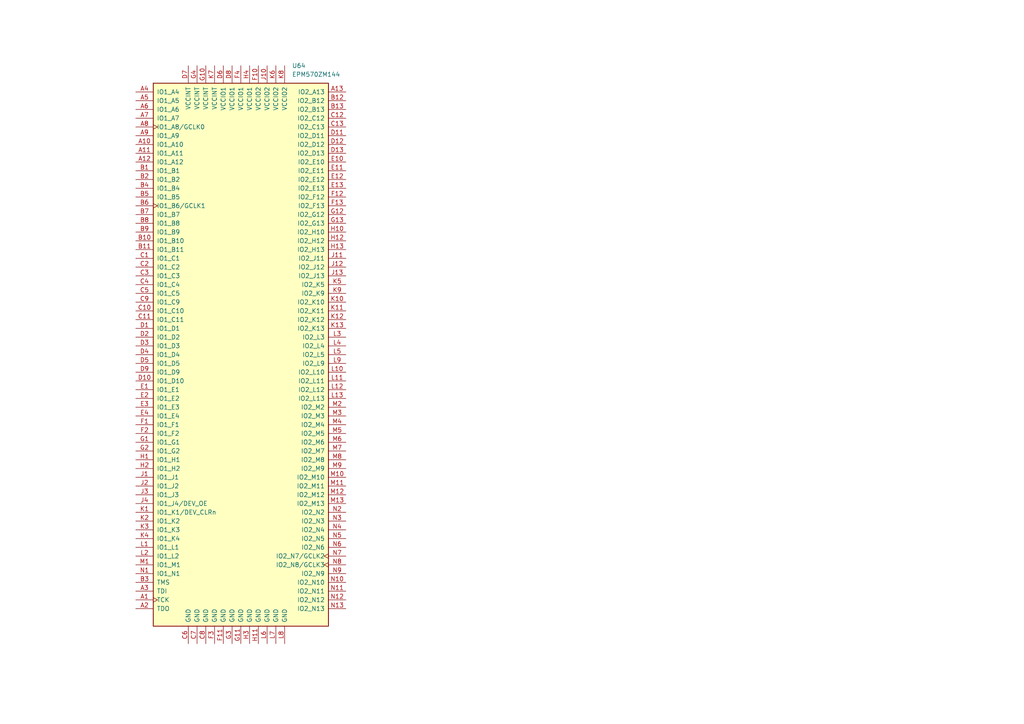
<source format=kicad_sch>
(kicad_sch (version 20250114) (generator "eeschema") (generator_version "9.0")
  (paper "A4")
  (lib_symbols
    (symbol "CPLD_Altera:EPM570ZM144" (pin_names (offset 1.016))
      (property "Reference" "U" (at 15.24 80.01 0))
      (property "Value" "EPM570ZM144" (at 15.24 -80.01 0))
      (symbol "EPM570ZM144_1_1"
        (rectangle (start -25.4 78.74) (end 25.4 -78.74) (stroke (width 0.254)) (fill (type background)))
        (pin bidirectional line (at -30.48 76.2 0) (length 5.08) (name "IO1_A4") (number "A4"))
        (pin bidirectional line (at -30.48 73.66 0) (length 5.08) (name "IO1_A5") (number "A5"))
        (pin bidirectional line (at -30.48 71.12 0) (length 5.08) (name "IO1_A6") (number "A6"))
        (pin bidirectional line (at -30.48 68.58 0) (length 5.08) (name "IO1_A7") (number "A7"))
        (pin bidirectional clock (at -30.48 66.04 0) (length 5.08) (name "IO1_A8/GCLK0") (number "A8"))
        (pin bidirectional line (at -30.48 63.5 0) (length 5.08) (name "IO1_A9") (number "A9"))
        (pin bidirectional line (at -30.48 60.96 0) (length 5.08) (name "IO1_A10") (number "A10"))
        (pin bidirectional line (at -30.48 58.42 0) (length 5.08) (name "IO1_A11") (number "A11"))
        (pin bidirectional line (at -30.48 55.88 0) (length 5.08) (name "IO1_A12") (number "A12"))
        (pin bidirectional line (at -30.48 53.34 0) (length 5.08) (name "IO1_B1") (number "B1"))
        (pin bidirectional line (at -30.48 50.8 0) (length 5.08) (name "IO1_B2") (number "B2"))
        (pin bidirectional line (at -30.48 48.26 0) (length 5.08) (name "IO1_B4") (number "B4"))
        (pin bidirectional line (at -30.48 45.72 0) (length 5.08) (name "IO1_B5") (number "B5"))
        (pin bidirectional clock (at -30.48 43.18 0) (length 5.08) (name "IO1_B6/GCLK1") (number "B6"))
        (pin bidirectional line (at -30.48 40.64 0) (length 5.08) (name "IO1_B7") (number "B7"))
        (pin bidirectional line (at -30.48 38.1 0) (length 5.08) (name "IO1_B8") (number "B8"))
        (pin bidirectional line (at -30.48 35.56 0) (length 5.08) (name "IO1_B9") (number "B9"))
        (pin bidirectional line (at -30.48 33.02 0) (length 5.08) (name "IO1_B10") (number "B10"))
        (pin bidirectional line (at -30.48 30.48 0) (length 5.08) (name "IO1_B11") (number "B11"))
        (pin bidirectional line (at -30.48 27.94 0) (length 5.08) (name "IO1_C1") (number "C1"))
        (pin bidirectional line (at -30.48 25.4 0) (length 5.08) (name "IO1_C2") (number "C2"))
        (pin bidirectional line (at -30.48 22.86 0) (length 5.08) (name "IO1_C3") (number "C3"))
        (pin bidirectional line (at -30.48 20.32 0) (length 5.08) (name "IO1_C4") (number "C4"))
        (pin bidirectional line (at -30.48 17.78 0) (length 5.08) (name "IO1_C5") (number "C5"))
        (pin bidirectional line (at -30.48 15.24 0) (length 5.08) (name "IO1_C9") (number "C9"))
        (pin bidirectional line (at -30.48 12.7 0) (length 5.08) (name "IO1_C10") (number "C10"))
        (pin bidirectional line (at -30.48 10.16 0) (length 5.08) (name "IO1_C11") (number "C11"))
        (pin bidirectional line (at -30.48 7.62 0) (length 5.08) (name "IO1_D1") (number "D1"))
        (pin bidirectional line (at -30.48 5.08 0) (length 5.08) (name "IO1_D2") (number "D2"))
        (pin bidirectional line (at -30.48 2.54 0) (length 5.08) (name "IO1_D3") (number "D3"))
        (pin bidirectional line (at -30.48 0 0) (length 5.08) (name "IO1_D4") (number "D4"))
        (pin bidirectional line (at -30.48 -2.54 0) (length 5.08) (name "IO1_D5") (number "D5"))
        (pin bidirectional line (at -30.48 -5.08 0) (length 5.08) (name "IO1_D9") (number "D9"))
        (pin bidirectional line (at -30.48 -7.62 0) (length 5.08) (name "IO1_D10") (number "D10"))
        (pin bidirectional line (at -30.48 -10.16 0) (length 5.08) (name "IO1_E1") (number "E1"))
        (pin bidirectional line (at -30.48 -12.7 0) (length 5.08) (name "IO1_E2") (number "E2"))
        (pin bidirectional line (at -30.48 -15.24 0) (length 5.08) (name "IO1_E3") (number "E3"))
        (pin bidirectional line (at -30.48 -17.78 0) (length 5.08) (name "IO1_E4") (number "E4"))
        (pin bidirectional line (at -30.48 -20.32 0) (length 5.08) (name "IO1_F1") (number "F1"))
        (pin bidirectional line (at -30.48 -22.86 0) (length 5.08) (name "IO1_F2") (number "F2"))
        (pin bidirectional line (at -30.48 -25.4 0) (length 5.08) (name "IO1_G1") (number "G1"))
        (pin bidirectional line (at -30.48 -27.94 0) (length 5.08) (name "IO1_G2") (number "G2"))
        (pin bidirectional line (at -30.48 -30.48 0) (length 5.08) (name "IO1_H1") (number "H1"))
        (pin bidirectional line (at -30.48 -33.02 0) (length 5.08) (name "IO1_H2") (number "H2"))
        (pin bidirectional line (at -30.48 -35.56 0) (length 5.08) (name "IO1_J1") (number "J1"))
        (pin bidirectional line (at -30.48 -38.1 0) (length 5.08) (name "IO1_J2") (number "J2"))
        (pin bidirectional line (at -30.48 -40.64 0) (length 5.08) (name "IO1_J3") (number "J3"))
        (pin bidirectional line (at -30.48 -43.18 0) (length 5.08) (name "IO1_J4/DEV_OE") (number "J4"))
        (pin bidirectional line (at -30.48 -45.72 0) (length 5.08) (name "IO1_K1/DEV_CLRn") (number "K1"))
        (pin bidirectional line (at -30.48 -48.26 0) (length 5.08) (name "IO1_K2") (number "K2"))
        (pin bidirectional line (at -30.48 -50.8 0) (length 5.08) (name "IO1_K3") (number "K3"))
        (pin bidirectional line (at -30.48 -53.34 0) (length 5.08) (name "IO1_K4") (number "K4"))
        (pin bidirectional line (at -30.48 -55.88 0) (length 5.08) (name "IO1_L1") (number "L1"))
        (pin bidirectional line (at -30.48 -58.42 0) (length 5.08) (name "IO1_L2") (number "L2"))
        (pin bidirectional line (at -30.48 -60.96 0) (length 5.08) (name "IO1_M1") (number "M1"))
        (pin bidirectional line (at -30.48 -63.5 0) (length 5.08) (name "IO1_N1") (number "N1"))
        (pin input line (at -30.48 -66.04 0) (length 5.08) (name "TMS") (number "B3"))
        (pin input line (at -30.48 -68.58 0) (length 5.08) (name "TDI") (number "A3"))
        (pin input clock (at -30.48 -71.12 0) (length 5.08) (name "TCK") (number "A1"))
        (pin output line (at -30.48 -73.66 0) (length 5.08) (name "TDO") (number "A2"))
        (pin power_in line (at -15.24 83.82 270) (length 5.08) (name "VCCINT") (number "D7"))
        (pin power_in line (at -15.24 -83.82 90) (length 5.08) (name "GND") (number "C6"))
        (pin power_in line (at -12.7 83.82 270) (length 5.08) (name "VCCINT") (number "G4"))
        (pin power_in line (at -12.7 -83.82 90) (length 5.08) (name "GND") (number "C7"))
        (pin power_in line (at -10.16 83.82 270) (length 5.08) (name "VCCINT") (number "G10"))
        (pin power_in line (at -10.16 -83.82 90) (length 5.08) (name "GND") (number "C8"))
        (pin power_in line (at -7.62 83.82 270) (length 5.08) (name "VCCINT") (number "K7"))
        (pin power_in line (at -7.62 -83.82 90) (length 5.08) (name "GND") (number "F3"))
        (pin power_in line (at -5.08 83.82 270) (length 5.08) (name "VCCIO1") (number "D6"))
        (pin power_in line (at -5.08 -83.82 90) (length 5.08) (name "GND") (number "F11"))
        (pin power_in line (at -2.54 83.82 270) (length 5.08) (name "VCCIO1") (number "D8"))
        (pin power_in line (at -2.54 -83.82 90) (length 5.08) (name "GND") (number "G3"))
        (pin power_in line (at 0 83.82 270) (length 5.08) (name "VCCIO1") (number "F4"))
        (pin power_in line (at 0 -83.82 90) (length 5.08) (name "GND") (number "G11"))
        (pin power_in line (at 2.54 83.82 270) (length 5.08) (name "VCCIO1") (number "H4"))
        (pin power_in line (at 2.54 -83.82 90) (length 5.08) (name "GND") (number "H3"))
        (pin power_in line (at 5.08 83.82 270) (length 5.08) (name "VCCIO2") (number "F10"))
        (pin power_in line (at 5.08 -83.82 90) (length 5.08) (name "GND") (number "H11"))
        (pin power_in line (at 7.62 83.82 270) (length 5.08) (name "VCCIO2") (number "J10"))
        (pin power_in line (at 7.62 -83.82 90) (length 5.08) (name "GND") (number "L6"))
        (pin power_in line (at 10.16 83.82 270) (length 5.08) (name "VCCIO2") (number "K6"))
        (pin power_in line (at 10.16 -83.82 90) (length 5.08) (name "GND") (number "L7"))
        (pin power_in line (at 12.7 83.82 270) (length 5.08) (name "VCCIO2") (number "K8"))
        (pin power_in line (at 12.7 -83.82 90) (length 5.08) (name "GND") (number "L8"))
        (pin bidirectional line (at 30.48 76.2 180) (length 5.08) (name "IO2_A13") (number "A13"))
        (pin bidirectional line (at 30.48 73.66 180) (length 5.08) (name "IO2_B12") (number "B12"))
        (pin bidirectional line (at 30.48 71.12 180) (length 5.08) (name "IO2_B13") (number "B13"))
        (pin bidirectional line (at 30.48 68.58 180) (length 5.08) (name "IO2_C12") (number "C12"))
        (pin bidirectional line (at 30.48 66.04 180) (length 5.08) (name "IO2_C13") (number "C13"))
        (pin bidirectional line (at 30.48 63.5 180) (length 5.08) (name "IO2_D11") (number "D11"))
        (pin bidirectional line (at 30.48 60.96 180) (length 5.08) (name "IO2_D12") (number "D12"))
        (pin bidirectional line (at 30.48 58.42 180) (length 5.08) (name "IO2_D13") (number "D13"))
        (pin bidirectional line (at 30.48 55.88 180) (length 5.08) (name "IO2_E10") (number "E10"))
        (pin bidirectional line (at 30.48 53.34 180) (length 5.08) (name "IO2_E11") (number "E11"))
        (pin bidirectional line (at 30.48 50.8 180) (length 5.08) (name "IO2_E12") (number "E12"))
        (pin bidirectional line (at 30.48 48.26 180) (length 5.08) (name "IO2_E13") (number "E13"))
        (pin bidirectional line (at 30.48 45.72 180) (length 5.08) (name "IO2_F12") (number "F12"))
        (pin bidirectional line (at 30.48 43.18 180) (length 5.08) (name "IO2_F13") (number "F13"))
        (pin bidirectional line (at 30.48 40.64 180) (length 5.08) (name "IO2_G12") (number "G12"))
        (pin bidirectional line (at 30.48 38.1 180) (length 5.08) (name "IO2_G13") (number "G13"))
        (pin bidirectional line (at 30.48 35.56 180) (length 5.08) (name "IO2_H10") (number "H10"))
        (pin bidirectional line (at 30.48 33.02 180) (length 5.08) (name "IO2_H12") (number "H12"))
        (pin bidirectional line (at 30.48 30.48 180) (length 5.08) (name "IO2_H13") (number "H13"))
        (pin bidirectional line (at 30.48 27.94 180) (length 5.08) (name "IO2_J11") (number "J11"))
        (pin bidirectional line (at 30.48 25.4 180) (length 5.08) (name "IO2_J12") (number "J12"))
        (pin bidirectional line (at 30.48 22.86 180) (length 5.08) (name "IO2_J13") (number "J13"))
        (pin bidirectional line (at 30.48 20.32 180) (length 5.08) (name "IO2_K5") (number "K5"))
        (pin bidirectional line (at 30.48 17.78 180) (length 5.08) (name "IO2_K9") (number "K9"))
        (pin bidirectional line (at 30.48 15.24 180) (length 5.08) (name "IO2_K10") (number "K10"))
        (pin bidirectional line (at 30.48 12.7 180) (length 5.08) (name "IO2_K11") (number "K11"))
        (pin bidirectional line (at 30.48 10.16 180) (length 5.08) (name "IO2_K12") (number "K12"))
        (pin bidirectional line (at 30.48 7.62 180) (length 5.08) (name "IO2_K13") (number "K13"))
        (pin bidirectional line (at 30.48 5.08 180) (length 5.08) (name "IO2_L3") (number "L3"))
        (pin bidirectional line (at 30.48 2.54 180) (length 5.08) (name "IO2_L4") (number "L4"))
        (pin bidirectional line (at 30.48 0 180) (length 5.08) (name "IO2_L5") (number "L5"))
        (pin bidirectional line (at 30.48 -2.54 180) (length 5.08) (name "IO2_L9") (number "L9"))
        (pin bidirectional line (at 30.48 -5.08 180) (length 5.08) (name "IO2_L10") (number "L10"))
        (pin bidirectional line (at 30.48 -7.62 180) (length 5.08) (name "IO2_L11") (number "L11"))
        (pin bidirectional line (at 30.48 -10.16 180) (length 5.08) (name "IO2_L12") (number "L12"))
        (pin bidirectional line (at 30.48 -12.7 180) (length 5.08) (name "IO2_L13") (number "L13"))
        (pin bidirectional line (at 30.48 -15.24 180) (length 5.08) (name "IO2_M2") (number "M2"))
        (pin bidirectional line (at 30.48 -17.78 180) (length 5.08) (name "IO2_M3") (number "M3"))
        (pin bidirectional line (at 30.48 -20.32 180) (length 5.08) (name "IO2_M4") (number "M4"))
        (pin bidirectional line (at 30.48 -22.86 180) (length 5.08) (name "IO2_M5") (number "M5"))
        (pin bidirectional line (at 30.48 -25.4 180) (length 5.08) (name "IO2_M6") (number "M6"))
        (pin bidirectional line (at 30.48 -27.94 180) (length 5.08) (name "IO2_M7") (number "M7"))
        (pin bidirectional line (at 30.48 -30.48 180) (length 5.08) (name "IO2_M8") (number "M8"))
        (pin bidirectional line (at 30.48 -33.02 180) (length 5.08) (name "IO2_M9") (number "M9"))
        (pin bidirectional line (at 30.48 -35.56 180) (length 5.08) (name "IO2_M10") (number "M10"))
        (pin bidirectional line (at 30.48 -38.1 180) (length 5.08) (name "IO2_M11") (number "M11"))
        (pin bidirectional line (at 30.48 -40.64 180) (length 5.08) (name "IO2_M12") (number "M12"))
        (pin bidirectional line (at 30.48 -43.18 180) (length 5.08) (name "IO2_M13") (number "M13"))
        (pin bidirectional line (at 30.48 -45.72 180) (length 5.08) (name "IO2_N2") (number "N2"))
        (pin bidirectional line (at 30.48 -48.26 180) (length 5.08) (name "IO2_N3") (number "N3"))
        (pin bidirectional line (at 30.48 -50.8 180) (length 5.08) (name "IO2_N4") (number "N4"))
        (pin bidirectional line (at 30.48 -53.34 180) (length 5.08) (name "IO2_N5") (number "N5"))
        (pin bidirectional line (at 30.48 -55.88 180) (length 5.08) (name "IO2_N6") (number "N6"))
        (pin bidirectional clock (at 30.48 -58.42 180) (length 5.08) (name "IO2_N7/GCLK2") (number "N7"))
        (pin bidirectional clock (at 30.48 -60.96 180) (length 5.08) (name "IO2_N8/GCLK3") (number "N8"))
        (pin bidirectional line (at 30.48 -63.5 180) (length 5.08) (name "IO2_N9") (number "N9"))
        (pin bidirectional line (at 30.48 -66.04 180) (length 5.08) (name "IO2_N10") (number "N10"))
        (pin bidirectional line (at 30.48 -68.58 180) (length 5.08) (name "IO2_N11") (number "N11"))
        (pin bidirectional line (at 30.48 -71.12 180) (length 5.08) (name "IO2_N12") (number "N12"))
        (pin bidirectional line (at 30.48 -73.66 180) (length 5.08) (name "IO2_N13") (number "N13"))
      )
    )
  )
  (symbol (lib_id "CPLD_Altera:EPM570ZM144") (at 69.85 102.87 0) (unit 1)
    (property "Reference" "U64" (at 84.6933 19.05 0) (effects (justify left)))
    (property "Value" "EPM570ZM144" (at 84.6933 21.59 0) (effects (justify left)))
    (property "Footprint" "Package_BGA:BGA-144_7.0x7.0mm_Layout13x13_P0.5mm_Ball0.3mm_Pad0.25mm_NSMD" (effects (hide yes)))
    (property "Datasheet" "https://www.altera.com/content/dam/altera-www/global/en_US/pdfs/literature/hb/max2/max2_mii5v1.pdf" (effects (hide yes)))
    (property "Description" "Altera Zero-Power MAX2 CPLD with 570 LE" (effects (hide yes)))
  )
)
</source>
